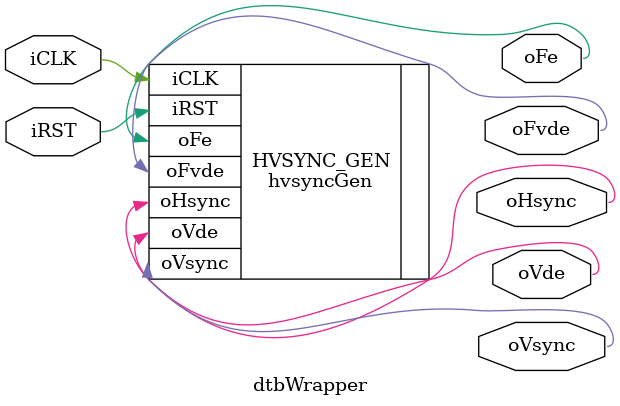
<source format=v>
/*
 * Create 2022/3/27
 * Author koutakimura
 * -
 * Display Timing Block
 */
module dtbWrapper #(
    parameter       pHdisplay       = 640,
    parameter       pHback          =  48,
    parameter       pHfront         =  16,
    parameter       pHsync          =  96,
    parameter       pVdisplay       = 480,
    parameter       pVtop           =  31,
    parameter       pVbottom        =  11,
    parameter       pVsync          =   2
)(
    input           iCLK,           // clk
    input           iRST,           // Active High to sync rst
    output          oVde,           // video enable signal
    output          oFe,            // frame end
    output          oFvde,          // fast vde
    output          oHsync,
    output          oVsync
);

//----------------------------------------------------------
// ディスプレイ制御信号生成
//----------------------------------------------------------
hvsyncGen #(
    // hrizontal                vertical
    .pHdisplay  (pHdisplay),    .pVdisplay  (pVdisplay),
    .pHback     (pHback),       .pVtop      (pVtop),
    .pHfront    (pHfront),      .pVbottom   (pVbottom),
    .pHsync     (pHsync),       .pVsync     (pVsync)
) HVSYNC_GEN (
    .iCLK       (iCLK),         .iRST       (iRST),
    .oHsync     (oHsync),       .oVsync     (oVsync),
    .oVde       (oVde),         .oFe        (oFe),
    .oFvde      (oFvde)
);

endmodule
</source>
